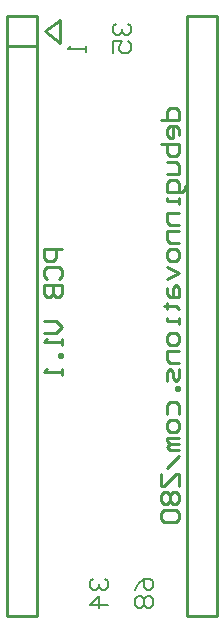
<source format=gbo>
%FSLAX44Y44*%
%MOMM*%
G71*
G01*
G75*
%ADD10C,0.2000*%
%ADD11R,0.6000X0.5000*%
%ADD12C,1.0000*%
%ADD13C,0.6000*%
%ADD14C,0.3300*%
%ADD15C,0.4000*%
%ADD16C,0.3000*%
%ADD17C,0.7000*%
%ADD18C,0.5000*%
%ADD19C,0.2540*%
%ADD20C,0.2286*%
%ADD21C,1.5000*%
%ADD22R,1.5000X1.5000*%
%ADD23C,1.4500*%
%ADD24R,1.4500X1.4500*%
%ADD25C,0.1500*%
%ADD26C,0.1270*%
%ADD27C,0.3500*%
D19*
X2410586Y1892427D02*
X2435986D01*
Y2400427D01*
X2410586Y1892427D02*
Y2400427D01*
X2435986D01*
X2258186Y1892427D02*
X2283586D01*
Y2400427D01*
X2258186Y1892427D02*
Y2400427D01*
X2283586D01*
X2258186Y2375027D02*
X2283586D01*
X2290886Y2387727D02*
X2303386Y2377727D01*
X2290886Y2387727D02*
X2303386Y2397727D01*
Y2377727D02*
Y2397727D01*
X2305176Y2203577D02*
X2289941D01*
Y2195959D01*
X2292480Y2193420D01*
X2297558D01*
X2300097Y2195959D01*
Y2203577D01*
X2292480Y2178185D02*
X2289941Y2180724D01*
Y2185803D01*
X2292480Y2188342D01*
X2302637D01*
X2305176Y2185803D01*
Y2180724D01*
X2302637Y2178185D01*
X2289941Y2173107D02*
X2305176D01*
Y2165489D01*
X2302637Y2162950D01*
X2300097D01*
X2297558Y2165489D01*
Y2173107D01*
Y2165489D01*
X2295019Y2162950D01*
X2292480D01*
X2289941Y2165489D01*
Y2173107D01*
Y2142637D02*
X2300097D01*
X2305176Y2137558D01*
X2300097Y2132480D01*
X2289941D01*
X2305176Y2127402D02*
Y2122323D01*
Y2124863D01*
X2289941D01*
X2292480Y2127402D01*
X2305176Y2114706D02*
X2302637D01*
Y2112167D01*
X2305176D01*
Y2114706D01*
Y2102010D02*
Y2096931D01*
Y2099471D01*
X2289941D01*
X2292480Y2102010D01*
X2389001Y2312800D02*
X2404236D01*
Y2320418D01*
X2401696Y2322957D01*
X2396618D01*
X2394079Y2320418D01*
Y2312800D01*
X2404236Y2300104D02*
Y2305183D01*
X2401696Y2307722D01*
X2396618D01*
X2394079Y2305183D01*
Y2300104D01*
X2396618Y2297565D01*
X2399157D01*
Y2307722D01*
X2389001Y2292487D02*
X2404236D01*
Y2284869D01*
X2401696Y2282330D01*
X2399157D01*
X2396618D01*
X2394079Y2284869D01*
Y2292487D01*
Y2277252D02*
X2401696D01*
X2404236Y2274713D01*
Y2267095D01*
X2394079D01*
X2409314Y2256938D02*
Y2254399D01*
X2406775Y2251860D01*
X2394079D01*
Y2259478D01*
X2396618Y2262017D01*
X2401696D01*
X2404236Y2259478D01*
Y2251860D01*
Y2246782D02*
Y2241703D01*
Y2244243D01*
X2394079D01*
Y2246782D01*
X2404236Y2234086D02*
X2394079D01*
Y2226468D01*
X2396618Y2223929D01*
X2404236D01*
Y2218851D02*
X2394079D01*
Y2211233D01*
X2396618Y2208694D01*
X2404236D01*
Y2201076D02*
Y2195998D01*
X2401696Y2193459D01*
X2396618D01*
X2394079Y2195998D01*
Y2201076D01*
X2396618Y2203616D01*
X2401696D01*
X2404236Y2201076D01*
X2394079Y2188380D02*
X2404236Y2183302D01*
X2394079Y2178224D01*
Y2170606D02*
Y2165528D01*
X2396618Y2162989D01*
X2404236D01*
Y2170606D01*
X2401696Y2173145D01*
X2399157Y2170606D01*
Y2162989D01*
X2391540Y2155371D02*
X2394079D01*
Y2157910D01*
Y2152832D01*
Y2155371D01*
X2401696D01*
X2404236Y2152832D01*
Y2145215D02*
Y2140136D01*
Y2142675D01*
X2394079D01*
Y2145215D01*
X2404236Y2129979D02*
Y2124901D01*
X2401696Y2122362D01*
X2396618D01*
X2394079Y2124901D01*
Y2129979D01*
X2396618Y2132519D01*
X2401696D01*
X2404236Y2129979D01*
Y2117283D02*
X2394079D01*
Y2109666D01*
X2396618Y2107127D01*
X2404236D01*
Y2102048D02*
Y2094431D01*
X2401696Y2091892D01*
X2399157Y2094431D01*
Y2099509D01*
X2396618Y2102048D01*
X2394079Y2099509D01*
Y2091892D01*
X2404236Y2086813D02*
X2401696D01*
Y2084274D01*
X2404236D01*
Y2086813D01*
X2394079Y2063961D02*
Y2071578D01*
X2396618Y2074117D01*
X2401696D01*
X2404236Y2071578D01*
Y2063961D01*
Y2056343D02*
Y2051265D01*
X2401696Y2048726D01*
X2396618D01*
X2394079Y2051265D01*
Y2056343D01*
X2396618Y2058882D01*
X2401696D01*
X2404236Y2056343D01*
Y2043647D02*
X2394079D01*
Y2041108D01*
X2396618Y2038569D01*
X2404236D01*
X2396618D01*
X2394079Y2036030D01*
X2396618Y2033491D01*
X2404236D01*
Y2028412D02*
X2394079Y2018256D01*
X2389001Y2013177D02*
Y2003020D01*
X2391540D01*
X2401696Y2013177D01*
X2404236D01*
Y2003020D01*
X2391540Y1997942D02*
X2389001Y1995403D01*
Y1990325D01*
X2391540Y1987785D01*
X2394079D01*
X2396618Y1990325D01*
X2399157Y1987785D01*
X2401696D01*
X2404236Y1990325D01*
Y1995403D01*
X2401696Y1997942D01*
X2399157D01*
X2396618Y1995403D01*
X2394079Y1997942D01*
X2391540D01*
X2396618Y1995403D02*
Y1990325D01*
X2391540Y1982707D02*
X2389001Y1980168D01*
Y1975090D01*
X2391540Y1972550D01*
X2401696D01*
X2404236Y1975090D01*
Y1980168D01*
X2401696Y1982707D01*
X2391540D01*
D25*
X2367016Y1914520D02*
X2369515Y1919519D01*
X2374513Y1924517D01*
X2379512D01*
X2382011Y1922018D01*
Y1917019D01*
X2379512Y1914520D01*
X2377012D01*
X2374513Y1917019D01*
Y1924517D01*
X2369515Y1909522D02*
X2367016Y1907023D01*
Y1902024D01*
X2369515Y1899525D01*
X2372014D01*
X2374513Y1902024D01*
X2377012Y1899525D01*
X2379512D01*
X2382011Y1902024D01*
Y1907023D01*
X2379512Y1909522D01*
X2377012D01*
X2374513Y1907023D01*
X2372014Y1909522D01*
X2369515D01*
X2374513Y1907023D02*
Y1902024D01*
X2331415Y1924517D02*
X2328916Y1922018D01*
Y1917019D01*
X2331415Y1914520D01*
X2333914D01*
X2336413Y1917019D01*
Y1919519D01*
Y1917019D01*
X2338912Y1914520D01*
X2341411D01*
X2343911Y1917019D01*
Y1922018D01*
X2341411Y1924517D01*
X2343911Y1902024D02*
X2328916D01*
X2336413Y1909522D01*
Y1899525D01*
X2324861Y2375367D02*
Y2370369D01*
Y2372868D01*
X2309866D01*
X2312365Y2375367D01*
X2350465Y2394417D02*
X2347966Y2391918D01*
Y2386919D01*
X2350465Y2384420D01*
X2352964D01*
X2355463Y2386919D01*
Y2389419D01*
Y2386919D01*
X2357962Y2384420D01*
X2360461D01*
X2362961Y2386919D01*
Y2391918D01*
X2360461Y2394417D01*
X2347966Y2369425D02*
Y2379422D01*
X2355463D01*
X2352964Y2374424D01*
Y2371924D01*
X2355463Y2369425D01*
X2360461D01*
X2362961Y2371924D01*
Y2376923D01*
X2360461Y2379422D01*
M02*

</source>
